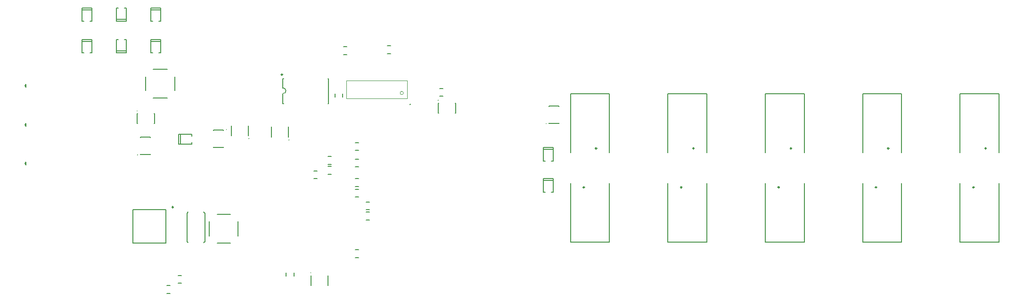
<source format=gbo>
G04*
G04 #@! TF.GenerationSoftware,Altium Limited,Altium Designer,18.1.7 (191)*
G04*
G04 Layer_Color=32896*
%FSLAX44Y44*%
%MOMM*%
G71*
G01*
G75*
%ADD10C,0.1000*%
%ADD11C,0.2000*%
%ADD235C,0.2500*%
%ADD236C,0.1500*%
D10*
X1249933Y1524250D02*
G03*
X1249933Y1524250I-1250J0D01*
G01*
X1236933Y1545000D02*
G03*
X1236933Y1545000I-3000J0D01*
G01*
X1133933Y1535000D02*
X1243933D01*
X1133933Y1567000D02*
X1243933D01*
Y1535000D02*
Y1567000D01*
X1133933Y1535000D02*
Y1567000D01*
D11*
X918933Y1479000D02*
G03*
X918933Y1479000I-500J0D01*
G01*
X959500Y1463000D02*
G03*
X959500Y1463000I-500J0D01*
G01*
X1070500Y1222000D02*
G03*
X1070500Y1222000I-500J0D01*
G01*
X1299500Y1532000D02*
G03*
X1299500Y1532000I-500J0D01*
G01*
X1493500Y1490000D02*
G03*
X1493500Y1490000I-500J0D01*
G01*
X1031500Y1461000D02*
G03*
X1031500Y1461000I-500J0D01*
G01*
X759433Y1434000D02*
G03*
X759433Y1434000I-500J0D01*
G01*
X758500Y1513000D02*
G03*
X758500Y1513000I-500J0D01*
G01*
X1040000Y1216000D02*
Y1222000D01*
X1026000Y1216000D02*
Y1222000D01*
X750433Y1275250D02*
X810433D01*
X750433Y1335250D02*
X810433D01*
Y1275250D02*
Y1335250D01*
X750433Y1275250D02*
Y1335250D01*
X2236933Y1544000D02*
X2306933D01*
X2236933Y1438000D02*
Y1544000D01*
X2306933Y1438000D02*
Y1544000D01*
X2236933Y1277000D02*
X2306933D01*
Y1383000D01*
X2236933Y1277000D02*
Y1383000D01*
X2061933Y1544000D02*
X2131933D01*
X2061933Y1438000D02*
Y1544000D01*
X2131933Y1438000D02*
Y1544000D01*
X2061933Y1277000D02*
X2131933D01*
Y1383000D01*
X2061933Y1277000D02*
Y1383000D01*
X1886933Y1544000D02*
X1956933D01*
X1886933Y1438000D02*
Y1544000D01*
X1956933Y1438000D02*
Y1544000D01*
X1886933Y1277000D02*
X1956933D01*
Y1383000D01*
X1886933Y1277000D02*
Y1383000D01*
X1711933Y1544000D02*
X1781933D01*
X1711933Y1438000D02*
Y1544000D01*
X1781933Y1438000D02*
Y1544000D01*
X1711933Y1277000D02*
X1781933D01*
Y1383000D01*
X1711933Y1277000D02*
Y1383000D01*
X1536933Y1544000D02*
X1606933D01*
X1536933Y1438000D02*
Y1544000D01*
X1606933Y1438000D02*
Y1544000D01*
X1536933Y1277000D02*
X1606933D01*
Y1383000D01*
X1536933Y1277000D02*
Y1383000D01*
X558826Y1555500D02*
Y1560500D01*
X556826Y1558000D02*
X558826Y1560500D01*
X556826Y1558000D02*
X558826Y1555500D01*
X559000Y1485500D02*
Y1490500D01*
X557000Y1488000D02*
X559000Y1490500D01*
X557000Y1488000D02*
X559000Y1485500D01*
Y1415500D02*
Y1420500D01*
X557000Y1418000D02*
X559000Y1420500D01*
X557000Y1418000D02*
X559000Y1415500D01*
X1302000Y1539000D02*
X1308000D01*
X1302000Y1553000D02*
X1308000D01*
X832933Y1453000D02*
Y1471000D01*
X856933Y1453000D02*
Y1456500D01*
Y1467500D02*
Y1470999D01*
X832933Y1453000D02*
X856933D01*
X836433Y1453500D02*
Y1470000D01*
X832933Y1470999D02*
X856933D01*
X659000Y1640933D02*
X677000D01*
X659000Y1616933D02*
X662500D01*
X673500D02*
X676999D01*
X659000D02*
Y1640933D01*
X659500Y1637433D02*
X676000D01*
X676999Y1616933D02*
Y1640933D01*
X659000Y1698000D02*
X677000D01*
X659000Y1674000D02*
X662500D01*
X673500D02*
X676999D01*
X659000D02*
Y1698000D01*
X659500Y1694500D02*
X676000D01*
X676999Y1674000D02*
Y1698000D01*
X721000Y1674067D02*
X739000D01*
X735500Y1698067D02*
X739000D01*
X721001D02*
X724500D01*
X739000Y1674067D02*
Y1698067D01*
X722000Y1677567D02*
X738500D01*
X721001Y1674067D02*
Y1698067D01*
X721000Y1617067D02*
X739000D01*
X735500Y1641067D02*
X739000D01*
X721001D02*
X724500D01*
X739000Y1617067D02*
Y1641067D01*
X722000Y1620567D02*
X738500D01*
X721001Y1617067D02*
Y1641067D01*
X783000Y1641000D02*
X801000D01*
X783000Y1617000D02*
X786500D01*
X797500D02*
X800999D01*
X783000D02*
Y1641000D01*
X783500Y1637500D02*
X800000D01*
X800999Y1617000D02*
Y1641000D01*
X783000Y1698000D02*
X801000D01*
X783000Y1674000D02*
X786500D01*
X797500D02*
X800999D01*
X783000D02*
Y1698000D01*
X783500Y1694500D02*
X800000D01*
X800999Y1674000D02*
Y1698000D01*
X1127933Y1538000D02*
Y1544000D01*
X1113933Y1538000D02*
Y1544000D01*
X1128933Y1614000D02*
X1134933D01*
X1128933Y1628000D02*
X1134933D01*
X1207933Y1616000D02*
X1213933D01*
X1207933Y1630000D02*
X1213933D01*
X1488000Y1391000D02*
X1506000D01*
X1488000Y1367000D02*
X1491500D01*
X1502500D02*
X1505999D01*
X1488000D02*
Y1391000D01*
X1488500Y1387500D02*
X1505000D01*
X1505999Y1367000D02*
Y1391000D01*
X1488000Y1447000D02*
X1506000D01*
X1488000Y1423000D02*
X1491500D01*
X1502500D02*
X1505999D01*
X1488000D02*
Y1447000D01*
X1488500Y1443500D02*
X1505000D01*
X1505999Y1423000D02*
Y1447000D01*
X1076000Y1405000D02*
X1082000D01*
X1076000Y1391000D02*
X1082000D01*
X1150000Y1249000D02*
X1156000D01*
X1150000Y1263000D02*
X1156000D01*
X1101000Y1417000D02*
X1107000D01*
X1101000Y1431000D02*
X1107000D01*
X1101000Y1399000D02*
X1107000D01*
X1101000Y1413000D02*
X1107000D01*
X1150000Y1442000D02*
X1156000D01*
X1150000Y1456000D02*
X1156000D01*
X1150000Y1412000D02*
X1156000D01*
X1150000Y1426000D02*
X1156000D01*
X1150000Y1358000D02*
X1156000D01*
X1150000Y1372000D02*
X1156000D01*
X1150000Y1377000D02*
X1156000D01*
X1150000Y1391000D02*
X1156000D01*
X832000Y1217000D02*
X838000D01*
X832000Y1203000D02*
X838000D01*
X812000Y1185000D02*
X818000D01*
X812000Y1199000D02*
X818000D01*
X1170000Y1349000D02*
X1176000D01*
X1170000Y1335000D02*
X1176000D01*
X1170000Y1331000D02*
X1176000D01*
X1170000Y1317000D02*
X1176000D01*
D235*
X823433Y1339750D02*
G03*
X823433Y1339750I-1250J0D01*
G01*
X1019683Y1578000D02*
G03*
X1019683Y1578000I-1250J0D01*
G01*
X2284183Y1445500D02*
G03*
X2284183Y1445500I-1250J0D01*
G01*
X2262183Y1375500D02*
G03*
X2262183Y1375500I-1250J0D01*
G01*
X2109183Y1445500D02*
G03*
X2109183Y1445500I-1250J0D01*
G01*
X2087183Y1375500D02*
G03*
X2087183Y1375500I-1250J0D01*
G01*
X1934183Y1445500D02*
G03*
X1934183Y1445500I-1250J0D01*
G01*
X1912183Y1375500D02*
G03*
X1912183Y1375500I-1250J0D01*
G01*
X1759183Y1445500D02*
G03*
X1759183Y1445500I-1250J0D01*
G01*
X1737183Y1375500D02*
G03*
X1737183Y1375500I-1250J0D01*
G01*
X1584183Y1445500D02*
G03*
X1584183Y1445500I-1250J0D01*
G01*
X1562183Y1375500D02*
G03*
X1562183Y1375500I-1250J0D01*
G01*
D236*
X1020433Y1543833D02*
G03*
X1020433Y1554167I0J5167D01*
G01*
X826000Y1550000D02*
Y1574000D01*
X774000Y1550000D02*
Y1574000D01*
X787000Y1536000D02*
X813000D01*
X787000Y1588000D02*
X813000D01*
X879933Y1278000D02*
Y1329000D01*
X847933Y1278000D02*
Y1329000D01*
Y1278000D02*
X849933Y1276000D01*
X877933D02*
X879933Y1278000D01*
X877933Y1331000D02*
X879933Y1329000D01*
X847933D02*
X849933Y1331000D01*
X895433Y1447500D02*
X913433D01*
X895433Y1478500D02*
X913433D01*
X895433Y1478000D02*
Y1478500D01*
X913433Y1478000D02*
Y1478500D01*
X895433Y1447500D02*
Y1448000D01*
X913433Y1447500D02*
Y1448000D01*
X1100933Y1526000D02*
X1102433D01*
X1100933Y1571000D02*
X1102433D01*
X1020433D02*
X1021433D01*
X1020433Y1526000D02*
X1021433D01*
X1102433D02*
Y1571000D01*
X1020433Y1526000D02*
Y1543800D01*
Y1554200D02*
Y1571000D01*
X927500Y1468000D02*
Y1486000D01*
X958500Y1468000D02*
Y1486000D01*
X958000D02*
X958500D01*
X958000Y1468000D02*
X958500D01*
X927500Y1486000D02*
X928000D01*
X927500Y1468000D02*
X928000D01*
X1101500Y1199000D02*
Y1217000D01*
X1070500Y1199000D02*
Y1217000D01*
Y1199000D02*
X1071000D01*
X1070500Y1217000D02*
X1071000D01*
X1101000Y1199000D02*
X1101500D01*
X1101000Y1217000D02*
X1101500D01*
X902000Y1327000D02*
X926000D01*
X902000Y1275000D02*
X926000D01*
X940000Y1288000D02*
Y1314000D01*
X888000Y1288000D02*
Y1314000D01*
X1330500Y1509000D02*
Y1527000D01*
X1299500Y1509000D02*
Y1527000D01*
Y1509000D02*
X1300000D01*
X1299500Y1527000D02*
X1300000D01*
X1330000Y1509000D02*
X1330500D01*
X1330000Y1527000D02*
X1330500D01*
X1498000Y1521500D02*
X1516000D01*
X1498000Y1490500D02*
X1516000D01*
Y1491000D01*
X1498000Y1490500D02*
Y1491000D01*
X1516000Y1521000D02*
Y1521500D01*
X1498000Y1521000D02*
Y1521500D01*
X999500Y1466000D02*
Y1484000D01*
X1030500Y1466000D02*
Y1484000D01*
X1030000D02*
X1030500D01*
X1030000Y1466000D02*
X1030500D01*
X999500Y1484000D02*
X1000000D01*
X999500Y1466000D02*
X1000000D01*
X763933Y1465500D02*
X781933D01*
X763933Y1434500D02*
X781933D01*
Y1435000D01*
X763933Y1434500D02*
Y1435000D01*
X781933Y1465000D02*
Y1465500D01*
X763933Y1465000D02*
Y1465500D01*
X789500Y1490000D02*
Y1508000D01*
X758500Y1490000D02*
Y1508000D01*
Y1490000D02*
X759000D01*
X758500Y1508000D02*
X759000D01*
X789000Y1490000D02*
X789500D01*
X789000Y1508000D02*
X789500D01*
M02*

</source>
